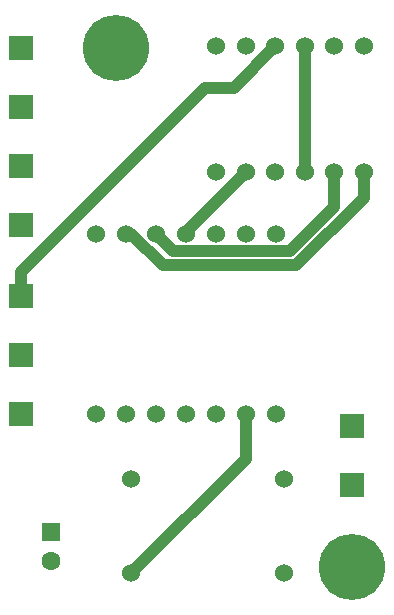
<source format=gbr>
%TF.GenerationSoftware,KiCad,Pcbnew,8.0.4*%
%TF.CreationDate,2026-02-03T00:17:50+01:00*%
%TF.ProjectId,bob,626f622e-6b69-4636-9164-5f7063625858,rev?*%
%TF.SameCoordinates,Original*%
%TF.FileFunction,Copper,L2,Bot*%
%TF.FilePolarity,Positive*%
%FSLAX46Y46*%
G04 Gerber Fmt 4.6, Leading zero omitted, Abs format (unit mm)*
G04 Created by KiCad (PCBNEW 8.0.4) date 2026-02-03 00:17:50*
%MOMM*%
%LPD*%
G01*
G04 APERTURE LIST*
%TA.AperFunction,ComponentPad*%
%ADD10C,5.600000*%
%TD*%
%TA.AperFunction,ComponentPad*%
%ADD11R,2.000000X2.000000*%
%TD*%
%TA.AperFunction,ComponentPad*%
%ADD12C,1.524000*%
%TD*%
%TA.AperFunction,ComponentPad*%
%ADD13C,1.600000*%
%TD*%
%TA.AperFunction,ComponentPad*%
%ADD14R,1.600000X1.600000*%
%TD*%
%TA.AperFunction,Conductor*%
%ADD15C,1.000000*%
%TD*%
G04 APERTURE END LIST*
D10*
%TO.P,REF\u002A\u002A,1*%
%TO.N,N/C*%
X96000000Y-76000000D03*
%TD*%
D11*
%TO.P,GND,1,1*%
%TO.N,GND 5V*%
X68000000Y-63000000D03*
%TD*%
%TO.P,GND,1,1*%
%TO.N,GND 5V*%
X68000000Y-58000000D03*
%TD*%
%TO.P,GND,1,1*%
%TO.N,GND 24V*%
X96000000Y-69000000D03*
%TD*%
%TO.P,24V,1,1*%
%TO.N,+24V*%
X96000000Y-64000000D03*
%TD*%
%TO.P,5V,1,1*%
%TO.N,VDD 5V*%
X68000000Y-53000000D03*
%TD*%
D10*
%TO.P,REF\u002A\u002A,1*%
%TO.N,N/C*%
X76000000Y-32000000D03*
%TD*%
D12*
%TO.P,STEP DOWN 5V,1,24V*%
%TO.N,+24V*%
X90275000Y-68525000D03*
%TO.P,STEP DOWN 5V,2,GND*%
%TO.N,GND 24V*%
X90275000Y-76525000D03*
%TO.P,STEP DOWN 5V,3,5V*%
%TO.N,VDD 5V*%
X77275000Y-68525000D03*
%TO.P,STEP DOWN 5V,4,GND*%
%TO.N,GND 5V*%
X77275000Y-76525000D03*
%TD*%
%TO.P,LOGIC LEVEL CONV.,1,HV1*%
%TO.N,Net-(U2-HV1)*%
X84500000Y-31900000D03*
%TO.P,LOGIC LEVEL CONV.,2,HV2*%
%TO.N,Net-(U2-HV2)*%
X87000000Y-31900000D03*
%TO.P,LOGIC LEVEL CONV.,3,HV*%
%TO.N,VDD 5V*%
X89500000Y-31900000D03*
%TO.P,LOGIC LEVEL CONV.,4,GND*%
%TO.N,GND 5V*%
X92000000Y-31900000D03*
%TO.P,LOGIC LEVEL CONV.,5,HV3*%
%TO.N,Net-(U2-HV3)*%
X94500000Y-31900000D03*
%TO.P,LOGIC LEVEL CONV.,6,HV4*%
%TO.N,Net-(U2-HV4)*%
X97000000Y-31900000D03*
%TO.P,LOGIC LEVEL CONV.,7,LV1*%
%TO.N,Net-(U1-GPIO3{slash}D2{slash}A2)*%
X84500000Y-42500000D03*
%TO.P,LOGIC LEVEL CONV.,8,LV2*%
%TO.N,Net-(U1-GPIO4{slash}D3{slash}A3)*%
X87000000Y-42500000D03*
%TO.P,LOGIC LEVEL CONV.,9,LV*%
%TO.N,Net-(U1-VCC_3V3)*%
X89500000Y-42500000D03*
%TO.P,LOGIC LEVEL CONV.,10,GND*%
%TO.N,GND 5V*%
X92000000Y-42500000D03*
%TO.P,LOGIC LEVEL CONV.,11,LV3*%
%TO.N,Net-(U1-GPIO5{slash}D4{slash}I2C_SDA)*%
X94500000Y-42500000D03*
%TO.P,LOGIC LEVEL CONV.,12,LV4*%
%TO.N,Net-(U1-GPIO9{slash}D5{slash}I2C_SCL)*%
X97000000Y-42500000D03*
%TD*%
D11*
%TO.P,D5,1,1*%
%TO.N,Net-(U2-HV4)*%
X68000000Y-47000000D03*
%TD*%
%TO.P,D4,1,1*%
%TO.N,Net-(U2-HV3)*%
X68000000Y-42000000D03*
%TD*%
%TO.P,D3,1,1*%
%TO.N,Net-(U2-HV2)*%
X68000000Y-37000000D03*
%TD*%
%TO.P,D2,1,1*%
%TO.N,Net-(U2-HV1)*%
X68000000Y-32000000D03*
%TD*%
D13*
%TO.P,100\u00B5F 25V,2*%
%TO.N,GND 5V*%
X70500000Y-75500000D03*
D14*
%TO.P,100\u00B5F 25V,1*%
%TO.N,VDD 5V*%
X70500000Y-73000000D03*
%TD*%
D12*
%TO.P,ESP32 S3,14,VBUS*%
%TO.N,VDD 5V*%
X89540000Y-63000000D03*
%TO.P,ESP32 S3,13,GND*%
%TO.N,GND 5V*%
X87000000Y-63000000D03*
%TO.P,ESP32 S3,12,VCC_3V3*%
%TO.N,Net-(U1-VCC_3V3)*%
X84460000Y-63000000D03*
%TO.P,ESP32 S3,11,GPIO9/D10/A10/MOSI*%
%TO.N,unconnected-(U1-GPIO9{slash}D10{slash}A10{slash}MOSI-Pad11)*%
X81920000Y-63000000D03*
%TO.P,ESP32 S3,10,GPIO8/D9/A9/MISO*%
%TO.N,unconnected-(U1-GPIO8{slash}D9{slash}A9{slash}MISO-Pad10)*%
X79380000Y-63000000D03*
%TO.P,ESP32 S3,9,GPIO7/D8/A8/SCK*%
%TO.N,unconnected-(U1-GPIO7{slash}D8{slash}A8{slash}SCK-Pad9)*%
X76840000Y-63000000D03*
%TO.P,ESP32 S3,8,U0RXD/D7/RX*%
%TO.N,unconnected-(U1-U0RXD{slash}D7{slash}RX-Pad8)*%
X74300000Y-63000000D03*
%TO.P,ESP32 S3,7,U0TXD/D6/TX*%
%TO.N,unconnected-(U1-U0TXD{slash}D6{slash}TX-Pad7)*%
X74300000Y-47760000D03*
%TO.P,ESP32 S3,6,GPIO9/D5/I2C_SCL*%
%TO.N,Net-(U1-GPIO9{slash}D5{slash}I2C_SCL)*%
X76840000Y-47760000D03*
%TO.P,ESP32 S3,5,GPIO5/D4/I2C_SDA*%
%TO.N,Net-(U1-GPIO5{slash}D4{slash}I2C_SDA)*%
X79380000Y-47760000D03*
%TO.P,ESP32 S3,4,GPIO4/D3/A3*%
%TO.N,Net-(U1-GPIO4{slash}D3{slash}A3)*%
X81920000Y-47760000D03*
%TO.P,ESP32 S3,3,GPIO3/D2/A2*%
%TO.N,Net-(U1-GPIO3{slash}D2{slash}A2)*%
X84460000Y-47760000D03*
%TO.P,ESP32 S3,2,GPIO2/DA/A1*%
%TO.N,unconnected-(U1-GPIO2{slash}DA{slash}A1-Pad2)*%
X87000000Y-47760000D03*
%TO.P,ESP32 S3,1,GPIO1/D0/A0*%
%TO.N,unconnected-(U1-GPIO1{slash}D0{slash}A0-Pad1)*%
X89540000Y-47760000D03*
%TD*%
D15*
%TO.N,GND 5V*%
X87000000Y-63000000D02*
X87000000Y-66800000D01*
X87000000Y-66800000D02*
X77275000Y-76525000D01*
%TO.N,VDD 5V*%
X89500000Y-31900000D02*
X86000000Y-35400000D01*
X83600000Y-35400000D02*
X68000000Y-51000000D01*
X86000000Y-35400000D02*
X83600000Y-35400000D01*
X68000000Y-51000000D02*
X68000000Y-53000000D01*
%TO.N,Net-(U1-GPIO9{slash}D5{slash}I2C_SCL)*%
X76840000Y-47760000D02*
X77312419Y-47760000D01*
X77312419Y-47760000D02*
X79974419Y-50422000D01*
X97000000Y-44697056D02*
X97000000Y-42500000D01*
X79974419Y-50422000D02*
X91275056Y-50422000D01*
X91275056Y-50422000D02*
X97000000Y-44697056D01*
%TO.N,Net-(U1-GPIO5{slash}D4{slash}I2C_SDA)*%
X79380000Y-47760000D02*
X80842000Y-49222000D01*
X80842000Y-49222000D02*
X90778000Y-49222000D01*
X90778000Y-49222000D02*
X94500000Y-45500000D01*
X94500000Y-45500000D02*
X94500000Y-42500000D01*
%TO.N,Net-(U1-GPIO4{slash}D3{slash}A3)*%
X81920000Y-47760000D02*
X81920000Y-47580000D01*
X81920000Y-47580000D02*
X87000000Y-42500000D01*
%TO.N,GND 5V*%
X92000000Y-42500000D02*
X92000000Y-31900000D01*
%TD*%
M02*

</source>
